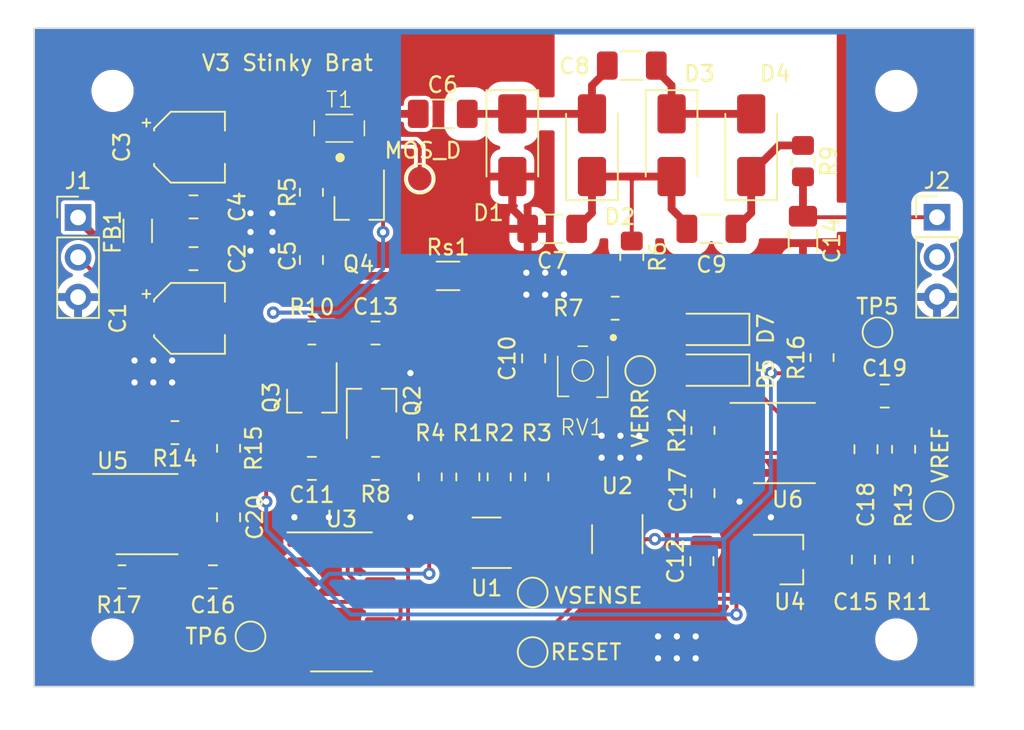
<source format=kicad_pcb>
(kicad_pcb (version 20221018) (generator pcbnew)

  (general
    (thickness 1.6)
  )

  (paper "A4")
  (layers
    (0 "F.Cu" signal)
    (31 "B.Cu" signal)
    (32 "B.Adhes" user "B.Adhesive")
    (33 "F.Adhes" user "F.Adhesive")
    (34 "B.Paste" user)
    (35 "F.Paste" user)
    (36 "B.SilkS" user "B.Silkscreen")
    (37 "F.SilkS" user "F.Silkscreen")
    (38 "B.Mask" user)
    (39 "F.Mask" user)
    (40 "Dwgs.User" user "User.Drawings")
    (41 "Cmts.User" user "User.Comments")
    (42 "Eco1.User" user "User.Eco1")
    (43 "Eco2.User" user "User.Eco2")
    (44 "Edge.Cuts" user)
    (45 "Margin" user)
    (46 "B.CrtYd" user "B.Courtyard")
    (47 "F.CrtYd" user "F.Courtyard")
    (48 "B.Fab" user)
    (49 "F.Fab" user)
    (50 "User.1" user)
    (51 "User.2" user)
    (52 "User.3" user)
    (53 "User.4" user)
    (54 "User.5" user)
    (55 "User.6" user)
    (56 "User.7" user)
    (57 "User.8" user)
    (58 "User.9" user)
  )

  (setup
    (pad_to_mask_clearance 0)
    (pcbplotparams
      (layerselection 0x00010fc_ffffffff)
      (plot_on_all_layers_selection 0x0000000_00000000)
      (disableapertmacros false)
      (usegerberextensions false)
      (usegerberattributes true)
      (usegerberadvancedattributes true)
      (creategerberjobfile true)
      (dashed_line_dash_ratio 12.000000)
      (dashed_line_gap_ratio 3.000000)
      (svgprecision 4)
      (plotframeref false)
      (viasonmask false)
      (mode 1)
      (useauxorigin false)
      (hpglpennumber 1)
      (hpglpenspeed 20)
      (hpglpendiameter 15.000000)
      (dxfpolygonmode true)
      (dxfimperialunits true)
      (dxfusepcbnewfont true)
      (psnegative false)
      (psa4output false)
      (plotreference true)
      (plotvalue true)
      (plotinvisibletext false)
      (sketchpadsonfab false)
      (subtractmaskfromsilk false)
      (outputformat 1)
      (mirror false)
      (drillshape 1)
      (scaleselection 1)
      (outputdirectory "")
    )
  )

  (net 0 "")
  (net 1 "VCC")
  (net 2 "GND")
  (net 3 "/VPR")
  (net 4 "Net-(C5-Pad1)")
  (net 5 "/RFEED_H")
  (net 6 "/VTR_SEC")
  (net 7 "Net-(D1-K)")
  (net 8 "Net-(D2-K)")
  (net 9 "Net-(D3-K)")
  (net 10 "Net-(C10-Pad1)")
  (net 11 "Net-(D4-K)")
  (net 12 "/GATE")
  (net 13 "VPP")
  (net 14 "/VREF")
  (net 15 "Net-(U5-CV)")
  (net 16 "Net-(U5-THR)")
  (net 17 "/VFEED")
  (net 18 "Net-(D5-K)")
  (net 19 "Net-(C19-Pad1)")
  (net 20 "/VERR")
  (net 21 "Net-(D7-K)")
  (net 22 "/ENABLE")
  (net 23 "unconnected-(J2-Pin_2-Pad2)")
  (net 24 "Net-(Q2-B)")
  (net 25 "Net-(Q2-E)")
  (net 26 "/MOS_D")
  (net 27 "Net-(U1-+)")
  (net 28 "Net-(U1--)")
  (net 29 "/VSENSE")
  (net 30 "/SR_Q")
  (net 31 "/SR_R")
  (net 32 "/SR_S")
  (net 33 "Net-(U6A--)")
  (net 34 "Net-(U5-DIS)")
  (net 35 "/SR_NQ")
  (net 36 "Net-(TP6-Pad1)")

  (footprint "Package_TO_SOT_SMD:SOT-23_Handsoldering" (layer "F.Cu") (at 135.07 100.8375 -90))

  (footprint "Package_SO:SOIC-14_3.9x8.7mm_P1.27mm" (layer "F.Cu") (at 133.93625 125.97375))

  (footprint "MountingHole:MountingHole_2.2mm_M2_DIN965" (layer "F.Cu") (at 169.33625 93.37375))

  (footprint "Resistor_SMD:R_0805_2012Metric_Pad1.20x1.40mm_HandSolder" (layer "F.Cu") (at 126.73625 116.17375 90))

  (footprint "Capacitor_SMD:CP_Elec_4x5.4" (layer "F.Cu") (at 124.24475 96.96375))

  (footprint "Package_SO:SOIC-8_3.9x4.9mm_P1.27mm" (layer "F.Cu") (at 162.2 115.8375))

  (footprint "Package_SO:SOIC-8_3.9x4.9mm_P1.27mm" (layer "F.Cu") (at 121.53625 120.37375))

  (footprint "TestPoint:TestPoint_Pad_D1.5mm" (layer "F.Cu") (at 146.13625 129.17375))

  (footprint "TestPoint:TestPoint_Pad_D1.5mm" (layer "F.Cu") (at 168.13625 108.77375))

  (footprint "Package_TO_SOT_SMD:SOT-23_Handsoldering" (layer "F.Cu") (at 135.86 113.1375 90))

  (footprint "Resistor_SMD:R_0805_2012Metric_Pad1.20x1.40mm_HandSolder" (layer "F.Cu") (at 151.4 107.2375 180))

  (footprint "Capacitor_SMD:C_0805_2012Metric_Pad1.18x1.45mm_HandSolder" (layer "F.Cu") (at 124.49875 100.77375))

  (footprint "Diode_SMD:D_SOD-123" (layer "F.Cu") (at 157.6 111.1875 180))

  (footprint "Diode_SMD:D_SMA" (layer "F.Cu") (at 160.08 96.8375 90))

  (footprint "MountingHole:MountingHole_2.2mm_M2_DIN965" (layer "F.Cu") (at 119.33625 93.37375))

  (footprint "Capacitor_SMD:C_0805_2012Metric_Pad1.18x1.45mm_HandSolder" (layer "F.Cu") (at 124.49875 104.07575))

  (footprint "lcsc_misc:ATB322524-0110-T000" (layer "F.Cu") (at 133.8 95.78))

  (footprint "Resistor_SMD:R_0805_2012Metric_Pad1.20x1.40mm_HandSolder" (layer "F.Cu") (at 169.8 116.2375 90))

  (footprint "Diode_SMD:D_SMA" (layer "F.Cu") (at 149.92 96.8375 90))

  (footprint "TestPoint:TestPoint_Pad_D1.5mm" (layer "F.Cu") (at 153 111.2375))

  (footprint "Resistor_SMD:R_0805_2012Metric_Pad1.20x1.40mm_HandSolder" (layer "F.Cu") (at 119.93625 124.37375))

  (footprint "Capacitor_SMD:C_0805_2012Metric_Pad1.18x1.45mm_HandSolder" (layer "F.Cu") (at 126.73625 120.57375 -90))

  (footprint "Package_TO_SOT_SMD:SOT-23_Handsoldering" (layer "F.Cu") (at 162.6375 123.275))

  (footprint "Capacitor_SMD:C_0805_2012Metric_Pad1.18x1.45mm_HandSolder" (layer "F.Cu") (at 167.4 116.2375 90))

  (footprint "Capacitor_SMD:C_0805_2012Metric_Pad1.18x1.45mm_HandSolder" (layer "F.Cu") (at 132.022 104.162 -90))

  (footprint "Resistor_SMD:R_0805_2012Metric_Pad1.20x1.40mm_HandSolder" (layer "F.Cu") (at 163.382 97.8535 -90))

  (footprint "Package_TO_SOT_SMD:SOT-23-5_HandSoldering" (layer "F.Cu") (at 151.53625 121.97375 -90))

  (footprint "Resistor_SMD:R_0805_2012Metric_Pad1.20x1.40mm_HandSolder" (layer "F.Cu") (at 152.46 103.9495 -90))

  (footprint "Package_TO_SOT_SMD:SOT-23-5_HandSoldering" (layer "F.Cu") (at 143.2 122.2 180))

  (footprint "TestPoint:TestPoint_Pad_D1.5mm" (layer "F.Cu") (at 146.13625 125.37375))

  (footprint "Capacitor_SMD:C_1206_3216Metric_Pad1.33x1.80mm_HandSolder" (layer "F.Cu") (at 147.38 102.1715))

  (footprint "Capacitor_SMD:C_1206_3216Metric_Pad1.33x1.80mm_HandSolder" (layer "F.Cu") (at 152.46 91.7575))

  (footprint "TestPoint:TestPoint_Pad_D1.5mm" (layer "F.Cu") (at 172.0375 119.875))

  (footprint "Resistor_SMD:R_1206_3216Metric_Pad1.30x1.75mm_HandSolder" (layer "F.Cu") (at 140.73625 105.17375))

  (footprint "Capacitor_SMD:C_0805_2012Metric_Pad1.18x1.45mm_HandSolder" (layer "F.Cu") (at 132.05 117.4555))

  (footprint "Resistor_SMD:R_0805_2012Metric_Pad1.20x1.40mm_HandSolder" (layer "F.Cu") (at 157 115.0375 90))

  (footprint "Capacitor_SMD:C_0805_2012Metric_Pad1.18x1.45mm_HandSolder" (layer "F.Cu") (at 125.73625 124.37375))

  (footprint "MountingHole:MountingHole_2.2mm_M2_DIN965" (layer "F.Cu") (at 169.33625 128.37375))

  (footprint "Capacitor_SMD:C_0805_2012Metric_Pad1.18x1.45mm_HandSolder" (layer "F.Cu") (at 136.114 108.8195))

  (footprint "Capacitor_SMD:C_1206_3216Metric_Pad1.33x1.80mm_HandSolder" (layer "F.Cu") (at 140.4 94.8375))

  (footprint "Package_TO_SOT_SMD:SOT-23_Handsoldering" (layer "F.Cu") (at 132.05 113.1375 -90))

  (footprint "MountingHole:MountingHole_2.2mm_M2_DIN965" (layer "F.Cu") (at 119.33625 128.37375))

  (footprint "Capacitor_SMD:C_0805_2012Metric_Pad1.18x1.45mm_HandSolder" (layer "F.Cu") (at 156.93625 123.37375 90))

  (footprint "Resistor_SMD:R_0805_2012Metric_Pad1.20x1.40mm_HandSolder" (layer "F.Cu") (at 136.114 117.4555 180))

  (footprint "Resistor_SMD:R_0805_2012Metric_Pad1.20x1.40mm_HandSolder" (layer "F.Cu") (at 164.6 110.3875 90))

  (footprint "Resistor_SMD:R_0805_2012Metric_Pad1.20x1.40mm_HandSolder" (layer "F.Cu") (at 132.05 108.8195))

  (footprint "Resistor_SMD:R_0805_2012Metric_Pad1.20x1.40mm_HandSolder" (layer "F.Cu") (at 146.4 118 90))

  (footprint "Capacitor_SMD:C_1206_3216Metric_Pad1.33x1.80mm_HandSolder" (layer "F.Cu") (at 157.54 102.1715))

  (footprint "TestPoint:TestPoint_Pad_D1.5mm" (layer "F.Cu") (at 128.13625 128.17375))

  (footprint "Resistor_SMD:R_0805_2012Metric_Pad1.20x1.40mm_HandSolder" (layer "F.Cu") (at 132.022 99.844 -90))

  (footprint "Resistor_SMD:R_1206_3216Metric_Pad1.30x1.75mm_HandSolder" (layer "F.Cu") (at 120.94275 102.29775 90))

  (footprint "Resistor_SMD:R_0805_2012Metric_Pad1.20x1.40mm_HandSolder" (layer "F.Cu") (at 169.6375 123.275 90))

  (footprint "Capacitor_SMD:C_0805_2012Metric_Pad1.18x1.45mm_HandSolder" (layer "F.Cu") (at 167.2375 123.275 -90))

  (footprint "Capacitor_SMD:C_1206_3216Metric_Pad1.33x1.80mm_HandSolder" (layer "F.Cu") (at 163.382 102.9335 -90))

  (footprint "Capacitor_SMD:C_0805_2012Metric_Pad1.18x1.45mm_HandSolder" (layer "F.Cu") (at 146.2 110.4375 90))

  (footprint "Diode_SMD:D_SOD-123" (layer "F.Cu") (at 157.6 108.5875 180))

  (footprint "Diode_SMD:D_SMA" (layer "F.Cu") (at 144.84 96.8375 -90))

  (footprint "Capacitor_SMD:CP_Elec_4x5.4" (layer "F.Cu")
    (tstamp e333598c-2b13-413b-ba02-28890bca8010)
    (at 124.24475 107.88575)
    (descr "SMD capacitor, aluminum electrolytic, Panasonic A5 / Nichicon, 4.0x5.4mm")
    (tags "capacitor electrolytic")
    (property "LCSC" "C72485")
    (property "Sheetfile" "geiger_counter.kicad_sch")
    (property "Sheetname" "")
    (property "ki_description" "Polarized capacitor, small symbol")
    (property "ki_keywords" "cap capacitor")
    (path "/0404899c-a4cd-4ebe-9f35-13578df950e4")
    (attr smd)
    (fp_text reference "C1" (at -4.572 0 90) (layer "F.SilkS")
        (effects (font (size 1 1) (thickness 0.15)))
      (tstamp c9da590f-d260-4e85-91c6-e5a6b942e382)
    )
    (fp_text value "10u" (at 0 3.2) (layer "F.Fab")
        (effects (font (size 1 1) (thickness 0.15)))
      (tstamp b900925d-6157-4f93-9755-24250dd85198)
    )
    (fp_text user "${REFERENCE}" (at 0 0) (layer "F.Fab")
        (effects (font (size 0.8 0.8) (thickness 0.12)))
      (tstamp 0ae42782-1e39-4f3e-92f6-4737a78a6fd1)
    )
    (fp_line (start -3 -1.56) (end -2.5 -1.56)
      (stroke (width 0.12) (type solid)) (layer "F.SilkS") (tstamp a2995ac7-dc1d-4048-ad91-c6058d9ceae3))
    (fp_line (start -2.75 -1.81) (end -2.75 -1.31)
      (stroke (width 0.12) (type solid)) (layer "F.SilkS") (tstamp ef0e3488-6c23-4f45-ba6c-ffeecb64b858))
    (fp_line (start -2.26 -1.195563) (end -2.26 -1.06)
      (stroke (width 0.12) (type solid)) (layer "F.SilkS") (tstamp 0377ae51-ed49-40c7-8690-5d1f41f7f1c7))
    (fp_line (start -2.26 -1.195563) (end -1.195563 -2.26)
      (stroke (width 0.12) (type solid)) (layer "F.SilkS") (tstamp 0f78a080-3057-4293-b3c0-053dfb1492e0))
    (fp_line (start -2.26 1.195563) (end -2.26 1.06)
      (stroke (width 0.12) (type solid)) (layer "F.SilkS") (tstamp 01120bdf-331f-4766-92b9-c0b978fbf202))
    (fp_line (start -2.26 1.195563) (end -1.195563 2.26)
      (stroke (width 0.12) (type solid)) (layer "F.SilkS") (tstamp 9ef4d86b-e79c-4251-8c74-f9c3ae0712af))
    (fp_line (start -1.195563 -2.26) (end 2.26 -2.26)
      (stroke (width 0.12) (type solid)) (layer "F.SilkS") (tstamp 609d22fc-d211-489e-833d-d4f8618e844b))
    (fp_line (start -1.195563 2.26) (end 2.26 2.26)
      (stroke (width 0.12) (type solid)) (layer "F.SilkS") (tstamp 57fc2ade-c904-4afe-8ec2-699a3018e61a))
    (fp_line (start 2.26 -2.26) (end 2.26 -1.06)
      (stroke (width 0.12) (type solid)) (layer "F.SilkS") (tstamp 5d8e2bfc-84df-4897-9fb4-e898ec07393d))
    (fp_line (start 2.26 2.26) (end 2.26 1.06)
      (stroke (width 0.12) (type solid)) (layer "F.SilkS") (tstamp b0f9194d-df94-4541-93a5-42f9c5ab1bbe))
    (fp_line (start -3.35 -1.05) (end -3.35 1.05)
      (stroke (width 0.05) (type solid)) (layer "F.CrtYd") (tstamp d7e5f682-cf6a-4ee9-a4a5-e1e8e0baf2ab))
    (fp_line (start -3.35 1.05) (end -2.4 1.05)
      (stroke (width 0.05) (type solid)) (layer "F.CrtYd") (tstamp 88f7f15e-8891-472f-ab10-ace65f3991e7))
    (fp_line (start -2.4 -1.25) (end -2.4 -1.05)
      (stroke (width 0.05) (type solid)) (layer "F.CrtYd") (tstamp 57488a9b-62eb-4234-9945-54ae389f9354))
    (fp_line (start -2.4 -1.25) (end -1.25 -2.4)
      (stroke (width 0.05) (type solid)) (layer "F.CrtYd") (tstamp 6c85d086-3c6e-4ccf-9e36-694a8634f1a7))
    (fp_line (start -2.4 -1.05) (end -3.35 -1.05)
      (stroke (width 0.05) (type solid)) (layer "F.CrtYd") (tstamp fb65d7bf-14bd-4188-a683-a48a29fee53d))
    (fp_line (start -2.4 1.05) (end -2.4 1.25)
      (stroke (width 0.05) (type solid)) (layer "F.CrtYd
... [384211 chars truncated]
</source>
